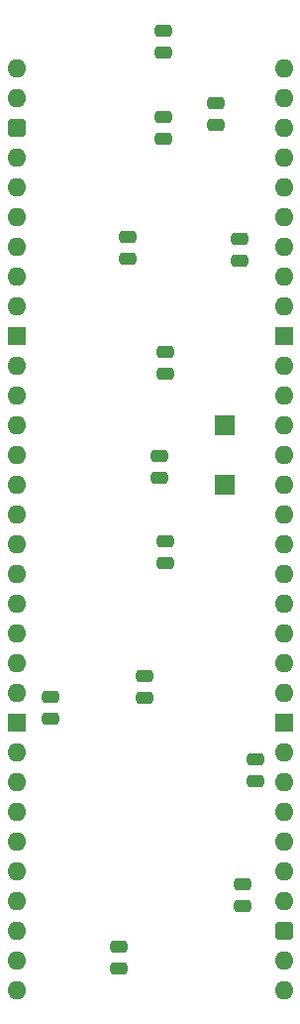
<source format=gbs>
%TF.GenerationSoftware,KiCad,Pcbnew,7.0.5*%
%TF.CreationDate,2024-02-10T15:17:23+02:00*%
%TF.ProjectId,HCP65 Kernal Mode,48435036-3520-44b6-9572-6e616c204d6f,rev?*%
%TF.SameCoordinates,Original*%
%TF.FileFunction,Soldermask,Bot*%
%TF.FilePolarity,Negative*%
%FSLAX46Y46*%
G04 Gerber Fmt 4.6, Leading zero omitted, Abs format (unit mm)*
G04 Created by KiCad (PCBNEW 7.0.5) date 2024-02-10 15:17:23*
%MOMM*%
%LPD*%
G01*
G04 APERTURE LIST*
G04 Aperture macros list*
%AMRoundRect*
0 Rectangle with rounded corners*
0 $1 Rounding radius*
0 $2 $3 $4 $5 $6 $7 $8 $9 X,Y pos of 4 corners*
0 Add a 4 corners polygon primitive as box body*
4,1,4,$2,$3,$4,$5,$6,$7,$8,$9,$2,$3,0*
0 Add four circle primitives for the rounded corners*
1,1,$1+$1,$2,$3*
1,1,$1+$1,$4,$5*
1,1,$1+$1,$6,$7*
1,1,$1+$1,$8,$9*
0 Add four rect primitives between the rounded corners*
20,1,$1+$1,$2,$3,$4,$5,0*
20,1,$1+$1,$4,$5,$6,$7,0*
20,1,$1+$1,$6,$7,$8,$9,0*
20,1,$1+$1,$8,$9,$2,$3,0*%
G04 Aperture macros list end*
%ADD10O,1.600000X1.600000*%
%ADD11RoundRect,0.400000X-0.400000X-0.400000X0.400000X-0.400000X0.400000X0.400000X-0.400000X0.400000X0*%
%ADD12R,1.600000X1.600000*%
%ADD13R,1.700000X1.700000*%
%ADD14RoundRect,0.250000X0.475000X-0.250000X0.475000X0.250000X-0.475000X0.250000X-0.475000X-0.250000X0*%
%ADD15RoundRect,0.250000X-0.475000X0.250000X-0.475000X-0.250000X0.475000X-0.250000X0.475000X0.250000X0*%
G04 APERTURE END LIST*
D10*
%TO.C,J2*%
X86360000Y-71120000D03*
X86360000Y-73660000D03*
D11*
X86360000Y-76200000D03*
D10*
X86360000Y-78740000D03*
X86360000Y-81280000D03*
X86360000Y-83820000D03*
X86360000Y-86360000D03*
X86360000Y-88900000D03*
X86360000Y-91440000D03*
D12*
X86360000Y-93980000D03*
D10*
X86360000Y-96520000D03*
X86360000Y-99060000D03*
X86360000Y-101600000D03*
X86360000Y-104140000D03*
X86360000Y-106680000D03*
X86360000Y-109220000D03*
X86360000Y-111760000D03*
X86360000Y-114300000D03*
X86360000Y-116840000D03*
X86360000Y-119380000D03*
X86360000Y-121920000D03*
X86360000Y-124460000D03*
D12*
X86360000Y-127000000D03*
D10*
X86360000Y-129540000D03*
X86360000Y-132080000D03*
X86360000Y-134620000D03*
X86360000Y-137160000D03*
X86360000Y-139700000D03*
X86360000Y-142240000D03*
X86360000Y-144780000D03*
X86360000Y-147320000D03*
X86360000Y-149860000D03*
X109220000Y-149860000D03*
X109220000Y-147320000D03*
D11*
X109220000Y-144780000D03*
D10*
X109220000Y-142240000D03*
X109220000Y-139700000D03*
X109220000Y-137160000D03*
X109220000Y-134620000D03*
X109220000Y-132080000D03*
X109220000Y-129540000D03*
D12*
X109220000Y-127000000D03*
D10*
X109220000Y-124460000D03*
X109220000Y-121920000D03*
X109220000Y-119380000D03*
X109220000Y-116840000D03*
X109220000Y-114300000D03*
X109220000Y-111760000D03*
X109220000Y-109220000D03*
X109220000Y-106680000D03*
X109220000Y-104140000D03*
X109220000Y-101600000D03*
X109220000Y-99060000D03*
X109220000Y-96520000D03*
D12*
X109220000Y-93980000D03*
D10*
X109220000Y-91440000D03*
X109220000Y-88900000D03*
X109220000Y-86360000D03*
X109220000Y-83820000D03*
X109220000Y-81280000D03*
X109220000Y-78740000D03*
X109220000Y-76200000D03*
X109220000Y-73660000D03*
X109220000Y-71120000D03*
%TD*%
D13*
%TO.C,TP2*%
X104140000Y-101600000D03*
%TD*%
%TO.C,TP1*%
X104140000Y-106680000D03*
%TD*%
D14*
%TO.C,C14*%
X105410000Y-87548000D03*
X105410000Y-85648000D03*
%TD*%
%TO.C,C15*%
X99060000Y-113411000D03*
X99060000Y-111511000D03*
%TD*%
%TO.C,C12*%
X95885000Y-87421000D03*
X95885000Y-85521000D03*
%TD*%
%TO.C,C4*%
X99060000Y-97242208D03*
X99060000Y-95342208D03*
%TD*%
%TO.C,C7*%
X98933000Y-77134000D03*
X98933000Y-75234000D03*
%TD*%
%TO.C,C11*%
X98552000Y-106090000D03*
X98552000Y-104190000D03*
%TD*%
%TO.C,C5*%
X97282000Y-124886000D03*
X97282000Y-122986000D03*
%TD*%
%TO.C,C8*%
X106807000Y-131998000D03*
X106807000Y-130098000D03*
%TD*%
%TO.C,C2*%
X105664000Y-142666000D03*
X105664000Y-140766000D03*
%TD*%
%TO.C,C13*%
X103378000Y-75946000D03*
X103378000Y-74046000D03*
%TD*%
%TO.C,C1*%
X95123000Y-148000000D03*
X95123000Y-146100000D03*
%TD*%
D15*
%TO.C,C3*%
X89281000Y-124796000D03*
X89281000Y-126696000D03*
%TD*%
D14*
%TO.C,C6*%
X98933000Y-69768000D03*
X98933000Y-67868000D03*
%TD*%
M02*

</source>
